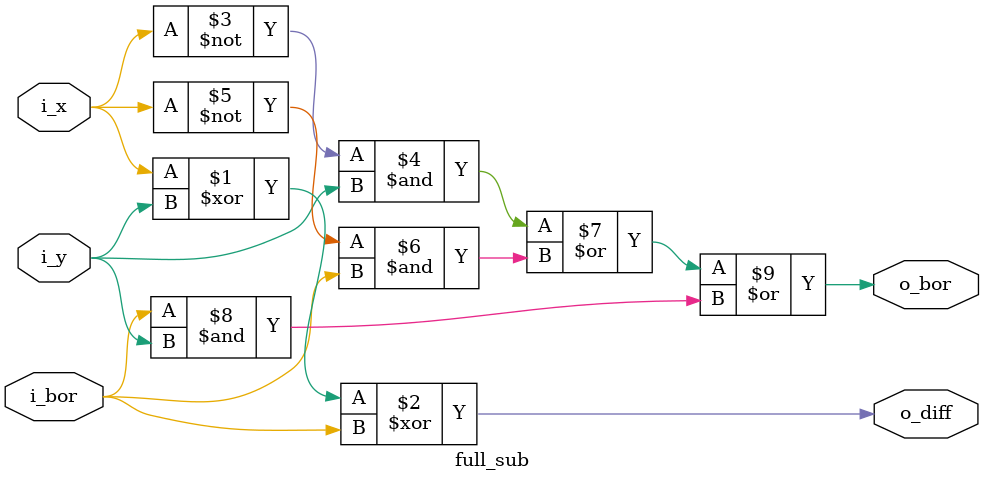
<source format=v>
`timescale 1ns / 1ps


module full_sub(
i_x,
i_y,
i_bor,
o_diff,
o_bor
);

input i_x, i_y, i_bor;
output o_diff, o_bor;

assign o_diff =   i_x  ^ i_y ^ i_bor;
assign o_bor  = ((~i_x) & i_y) | ((~i_x) & i_bor) | (i_bor & i_y);

initial begin
    $display("hello_world");
end

endmodule

</source>
